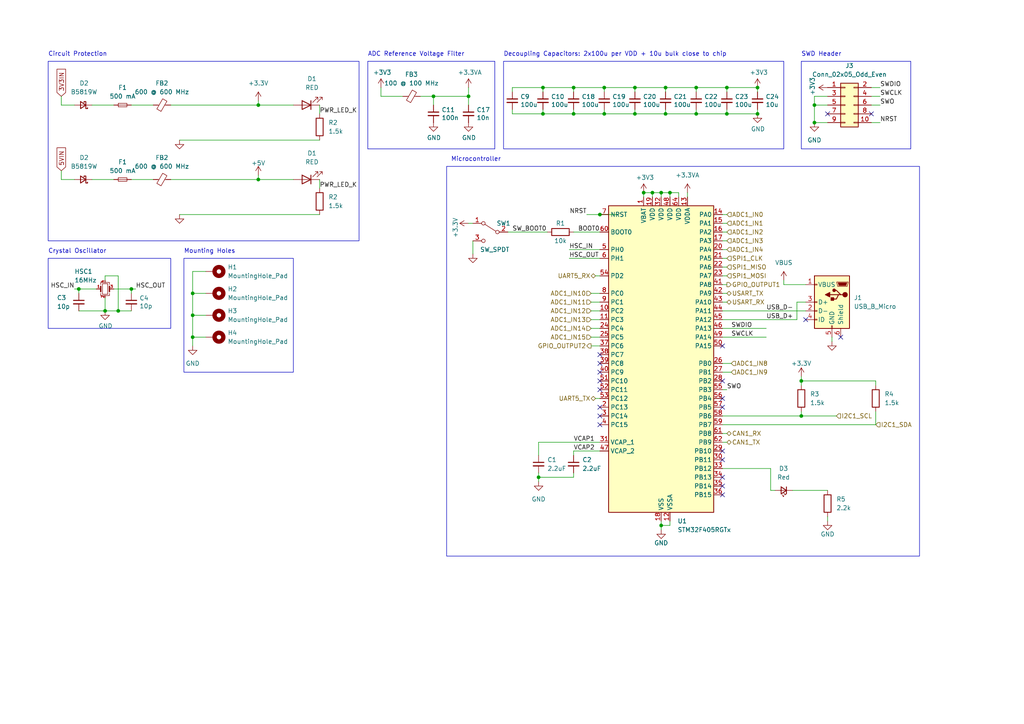
<source format=kicad_sch>
(kicad_sch (version 20230121) (generator eeschema)
  (paper "A4")
  (title_block (title "Avionics Flight Computer") (date "2023-09-04") (rev "1.0") (company "By: Dylan Haussecker"))
  (lib_symbols
    (symbol "Connector:USB_B_Micro" (pin_names (offset 1.016))
      (property "Reference" "J" (at -5.08 11.43 0))
      (property "Value" "USB_B_Micro" (at -5.08 8.89 0))
      (symbol "USB_B_Micro_0_1"
        (rectangle (start -5.08 -7.62) (end 5.08 7.62) (stroke (width 0.254)) (fill (type background)))
        (circle (center -3.81 2.159) (radius 0.635) (stroke (width 0.254)) (fill (type outline)))
        (circle (center -0.635 3.429) (radius 0.381) (stroke (width 0.254)) (fill (type outline)))
        (rectangle (start -0.127 -7.62) (end 0.127 -6.858))
        (polyline (pts (xy -1.905 2.159) (xy 0.635 2.159)) (stroke (width 0.254)))
        (polyline (pts (xy -3.175 2.159) (xy -2.54 2.159) (xy -1.27 3.429) (xy -0.635 3.429)) (stroke (width 0.254)))
        (polyline (pts (xy -2.54 2.159) (xy -1.905 2.159) (xy -1.27 0.889) (xy 0 0.889)) (stroke (width 0.254)))
        (polyline (pts (xy 0.635 2.794) (xy 0.635 1.524) (xy 1.905 2.159) (xy 0.635 2.794)) (stroke (width 0.254)) (fill (type outline)))
        (polyline (pts (xy -4.318 5.588) (xy -1.778 5.588) (xy -2.032 4.826) (xy -4.064 4.826) (xy -4.318 5.588)) (fill (type outline)))
        (polyline (pts (xy -4.699 5.842) (xy -4.699 5.588) (xy -4.445 4.826) (xy -4.445 4.572) (xy -1.651 4.572) (xy -1.651 4.826) (xy -1.397 5.588) (xy -1.397 5.842) (xy -4.699 5.842)))
        (rectangle (start 0.254 1.27) (end -0.508 0.508) (stroke (width 0.254)) (fill (type outline)))
        (rectangle (start 5.08 -5.207) (end 4.318 -4.953))
        (rectangle (start 5.08 -2.667) (end 4.318 -2.413))
        (rectangle (start 5.08 -0.127) (end 4.318 0.127))
        (rectangle (start 5.08 4.953) (end 4.318 5.207))
      )
      (symbol "USB_B_Micro_1_1"
        (pin power_out line (at 7.62 5.08 180) (length 2.54) (name "VBUS") (number "1"))
        (pin bidirectional line (at 7.62 -2.54 180) (length 2.54) (name "D-") (number "2"))
        (pin bidirectional line (at 7.62 0 180) (length 2.54) (name "D+") (number "3"))
        (pin passive line (at 7.62 -5.08 180) (length 2.54) (name "ID") (number "4"))
        (pin power_out line (at 0 -10.16 90) (length 2.54) (name "GND") (number "5"))
        (pin passive line (at -2.54 -10.16 90) (length 2.54) (name "Shield") (number "6"))
      )
    )
    (symbol "Connector_Generic:Conn_02x05_Odd_Even" (pin_names (offset 1.016) hide)
      (property "Reference" "J" (at 1.27 7.62 0))
      (property "Value" "Conn_02x05_Odd_Even" (at 1.27 -7.62 0))
      (symbol "Conn_02x05_Odd_Even_1_1"
        (rectangle (start -1.27 -4.953) (end 0 -5.207) (stroke (width 0.1524)))
        (rectangle (start -1.27 -2.413) (end 0 -2.667) (stroke (width 0.1524)))
        (rectangle (start -1.27 0.127) (end 0 -0.127) (stroke (width 0.1524)))
        (rectangle (start -1.27 2.667) (end 0 2.413) (stroke (width 0.1524)))
        (rectangle (start -1.27 5.207) (end 0 4.953) (stroke (width 0.1524)))
        (rectangle (start -1.27 6.35) (end 3.81 -6.35) (stroke (width 0.254)) (fill (type background)))
        (rectangle (start 3.81 -4.953) (end 2.54 -5.207) (stroke (width 0.1524)))
        (rectangle (start 3.81 -2.413) (end 2.54 -2.667) (stroke (width 0.1524)))
        (rectangle (start 3.81 0.127) (end 2.54 -0.127) (stroke (width 0.1524)))
        (rectangle (start 3.81 2.667) (end 2.54 2.413) (stroke (width 0.1524)))
        (rectangle (start 3.81 5.207) (end 2.54 4.953) (stroke (width 0.1524)))
        (pin passive line (at -5.08 5.08 0) (length 3.81) (name "Pin_1") (number "1"))
        (pin passive line (at 7.62 -5.08 180) (length 3.81) (name "Pin_10") (number "10"))
        (pin passive line (at 7.62 5.08 180) (length 3.81) (name "Pin_2") (number "2"))
        (pin passive line (at -5.08 2.54 0) (length 3.81) (name "Pin_3") (number "3"))
        (pin passive line (at 7.62 2.54 180) (length 3.81) (name "Pin_4") (number "4"))
        (pin passive line (at -5.08 0 0) (length 3.81) (name "Pin_5") (number "5"))
        (pin passive line (at 7.62 0 180) (length 3.81) (name "Pin_6") (number "6"))
        (pin passive line (at -5.08 -2.54 0) (length 3.81) (name "Pin_7") (number "7"))
        (pin passive line (at 7.62 -2.54 180) (length 3.81) (name "Pin_8") (number "8"))
        (pin passive line (at -5.08 -5.08 0) (length 3.81) (name "Pin_9") (number "9"))
      )
    )
    (symbol "Device:C_Small" (pin_numbers hide) (pin_names (offset 0.254) hide)
      (property "Reference" "C" (at 0.254 1.778 0))
      (property "Value" "C_Small" (at 0.254 -2.032 0))
      (symbol "C_Small_0_1"
        (polyline (pts (xy -1.524 -0.508) (xy 1.524 -0.508)) (stroke (width 0.3302)))
        (polyline (pts (xy -1.524 0.508) (xy 1.524 0.508)) (stroke (width 0.3048)))
      )
      (symbol "C_Small_1_1"
        (pin passive line (at 0 2.54 270) (length 2.032) (name "~") (number "1"))
        (pin passive line (at 0 -2.54 90) (length 2.032) (name "~") (number "2"))
      )
    )
    (symbol "Device:Crystal_GND24_Small" (pin_names (offset 1.016) hide)
      (property "Reference" "Y" (at 1.27 4.445 0))
      (property "Value" "Crystal_GND24_Small" (at 1.27 2.54 0))
      (symbol "Crystal_GND24_Small_0_1"
        (rectangle (start -0.762 -1.524) (end 0.762 1.524))
        (polyline (pts (xy -1.27 -0.762) (xy -1.27 0.762)) (stroke (width 0.381)))
        (polyline (pts (xy 1.27 -0.762) (xy 1.27 0.762)) (stroke (width 0.381)))
        (polyline (pts (xy -1.27 -1.27) (xy -1.27 -1.905) (xy 1.27 -1.905) (xy 1.27 -1.27)))
        (polyline (pts (xy -1.27 1.27) (xy -1.27 1.905) (xy 1.27 1.905) (xy 1.27 1.27)))
      )
      (symbol "Crystal_GND24_Small_1_1"
        (pin passive line (at -2.54 0 0) (length 1.27) (name "1") (number "1"))
        (pin passive line (at 0 -2.54 90) (length 0.635) (name "2") (number "2"))
        (pin passive line (at 2.54 0 180) (length 1.27) (name "3") (number "3"))
        (pin passive line (at 0 2.54 270) (length 0.635) (name "4") (number "4"))
      )
    )
    (symbol "Device:D_Schottky_Small" (pin_numbers hide) (pin_names (offset 0.254) hide)
      (property "Reference" "D" (at -1.27 2.032 0))
      (property "Value" "D_Schottky_Small" (at -7.112 -2.032 0))
      (symbol "D_Schottky_Small_0_1"
        (polyline (pts (xy -0.762 0) (xy 0.762 0)))
        (polyline (pts (xy 0.762 -1.016) (xy -0.762 0) (xy 0.762 1.016) (xy 0.762 -1.016)) (stroke (width 0.254)))
        (polyline (pts (xy -1.27 0.762) (xy -1.27 1.016) (xy -0.762 1.016) (xy -0.762 -1.016) (xy -0.254 -1.016) (xy -0.254 -0.762)) (stroke (width 0.254)))
      )
      (symbol "D_Schottky_Small_1_1"
        (pin passive line (at -2.54 0 0) (length 1.778) (name "K") (number "1"))
        (pin passive line (at 2.54 0 180) (length 1.778) (name "A") (number "2"))
      )
    )
    (symbol "Device:FerriteBead_Small" (pin_numbers hide) (pin_names (offset 0))
      (property "Reference" "FB" (at 1.905 1.27 0))
      (property "Value" "FerriteBead_Small" (at 1.905 -1.27 0))
      (symbol "FerriteBead_Small_0_1"
        (polyline (pts (xy 0 -1.27) (xy 0 -0.7874)))
        (polyline (pts (xy 0 0.889) (xy 0 1.2954)))
        (polyline (pts (xy -1.8288 0.2794) (xy -1.1176 1.4986) (xy 1.8288 -0.2032) (xy 1.1176 -1.4224) (xy -1.8288 0.2794)))
      )
      (symbol "FerriteBead_Small_1_1"
        (pin passive line (at 0 2.54 270) (length 1.27) (name "~") (number "1"))
        (pin passive line (at 0 -2.54 90) (length 1.27) (name "~") (number "2"))
      )
    )
    (symbol "Device:Fuse_Small" (pin_numbers hide) (pin_names (offset 0.254) hide)
      (property "Reference" "F" (at 0 -1.524 0))
      (property "Value" "Fuse_Small" (at 0 1.524 0))
      (symbol "Fuse_Small_0_1"
        (rectangle (start -1.27 0.508) (end 1.27 -0.508))
        (polyline (pts (xy -1.27 0) (xy 1.27 0)))
      )
      (symbol "Fuse_Small_1_1"
        (pin passive line (at -2.54 0 0) (length 1.27) (name "~") (number "1"))
        (pin passive line (at 2.54 0 180) (length 1.27) (name "~") (number "2"))
      )
    )
    (symbol "Device:LED" (pin_numbers hide) (pin_names (offset 1.016) hide)
      (property "Reference" "D" (at 0 2.54 0))
      (property "Value" "LED" (at 0 -2.54 0))
      (symbol "LED_0_1"
        (polyline (pts (xy -1.27 -1.27) (xy -1.27 1.27)) (stroke (width 0.254)))
        (polyline (pts (xy -1.27 0) (xy 1.27 0)))
        (polyline (pts (xy 1.27 -1.27) (xy 1.27 1.27) (xy -1.27 0) (xy 1.27 -1.27)) (stroke (width 0.254)))
        (polyline (pts (xy -3.048 -0.762) (xy -4.572 -2.286) (xy -3.81 -2.286) (xy -4.572 -2.286) (xy -4.572 -1.524)))
        (polyline (pts (xy -1.778 -0.762) (xy -3.302 -2.286) (xy -2.54 -2.286) (xy -3.302 -2.286) (xy -3.302 -1.524)))
      )
      (symbol "LED_1_1"
        (pin passive line (at -3.81 0 0) (length 2.54) (name "K") (number "1"))
        (pin passive line (at 3.81 0 180) (length 2.54) (name "A") (number "2"))
      )
    )
    (symbol "Device:LED_Small" (pin_numbers hide) (pin_names (offset 0.254) hide)
      (property "Reference" "D" (at -1.27 3.175 0))
      (property "Value" "LED_Small" (at -4.445 -2.54 0))
      (symbol "LED_Small_0_1"
        (polyline (pts (xy -0.762 -1.016) (xy -0.762 1.016)) (stroke (width 0.254)))
        (polyline (pts (xy 1.016 0) (xy -0.762 0)))
        (polyline (pts (xy 0.762 -1.016) (xy -0.762 0) (xy 0.762 1.016) (xy 0.762 -1.016)) (stroke (width 0.254)))
        (polyline (pts (xy 0 0.762) (xy -0.508 1.27) (xy -0.254 1.27) (xy -0.508 1.27) (xy -0.508 1.016)))
        (polyline (pts (xy 0.508 1.27) (xy 0 1.778) (xy 0.254 1.778) (xy 0 1.778) (xy 0 1.524)))
      )
      (symbol "LED_Small_1_1"
        (pin passive line (at -2.54 0 0) (length 1.778) (name "K") (number "1"))
        (pin passive line (at 2.54 0 180) (length 1.778) (name "A") (number "2"))
      )
    )
    (symbol "Device:R" (pin_numbers hide) (pin_names (offset 0))
      (property "Reference" "R" (at 2.032 0 90))
      (property "Value" "R" (at 0 0 90))
      (symbol "R_0_1"
        (rectangle (start -1.016 -2.54) (end 1.016 2.54) (stroke (width 0.254)))
      )
      (symbol "R_1_1"
        (pin passive line (at 0 3.81 270) (length 1.27) (name "~") (number "1"))
        (pin passive line (at 0 -3.81 90) (length 1.27) (name "~") (number "2"))
      )
    )
    (symbol "MCU_ST_STM32F4:STM32F405RGTx"
      (property "Reference" "U" (at -15.24 46.99 0))
      (property "Value" "STM32F405RGTx" (at 10.16 46.99 0))
      (symbol "STM32F405RGTx_0_1"
        (rectangle (start -15.24 -43.18) (end 15.24 45.72) (stroke (width 0.254)) (fill (type background)))
      )
      (symbol "STM32F405RGTx_1_1"
        (pin power_in line (at -5.08 48.26 270) (length 2.54) (name "VBAT") (number "1"))
        (pin bidirectional line (at -17.78 15.24 0) (length 2.54) (name "PC2") (number "10"))
        (pin bidirectional line (at -17.78 12.7 0) (length 2.54) (name "PC3") (number "11"))
        (pin power_in line (at 2.54 -45.72 90) (length 2.54) (name "VSSA") (number "12"))
        (pin power_in line (at 7.62 48.26 270) (length 2.54) (name "VDDA") (number "13"))
        (pin bidirectional line (at 17.78 43.18 180) (length 2.54) (name "PA0") (number "14"))
        (pin bidirectional line (at 17.78 40.64 180) (length 2.54) (name "PA1") (number "15"))
        (pin bidirectional line (at 17.78 38.1 180) (length 2.54) (name "PA2") (number "16"))
        (pin bidirectional line (at 17.78 35.56 180) (length 2.54) (name "PA3") (number "17"))
        (pin power_in line (at 0 -45.72 90) (length 2.54) (name "VSS") (number "18"))
        (pin power_in line (at -2.54 48.26 270) (length 2.54) (name "VDD") (number "19"))
        (pin bidirectional line (at -17.78 -12.7 0) (length 2.54) (name "PC13") (number "2"))
        (pin bidirectional line (at 17.78 33.02 180) (length 2.54) (name "PA4") (number "20"))
        (pin bidirectional line (at 17.78 30.48 180) (length 2.54) (name "PA5") (number "21"))
        (pin bidirectional line (at 17.78 27.94 180) (length 2.54) (name "PA6") (number "22"))
        (pin bidirectional line (at 17.78 25.4 180) (length 2.54) (name "PA7") (number "23"))
        (pin bidirectional line (at -17.78 10.16 0) (length 2.54) (name "PC4") (number "24"))
        (pin bidirectional line (at -17.78 7.62 0) (length 2.54) (name "PC5") (number "25"))
        (pin bidirectional line (at 17.78 0 180) (length 2.54) (name "PB0") (number "26"))
        (pin bidirectional line (at 17.78 -2.54 180) (length 2.54) (name "PB1") (number "27"))
        (pin bidirectional line (at 17.78 -5.08 180) (length 2.54) (name "PB2") (number "28"))
        (pin bidirectional line (at 17.78 -25.4 180) (length 2.54) (name "PB10") (number "29"))
        (pin bidirectional line (at -17.78 -15.24 0) (length 2.54) (name "PC14") (number "3"))
        (pin bidirectional line (at 17.78 -27.94 180) (length 2.54) (name "PB11") (number "30"))
        (pin power_out line (at -17.78 -22.86 0) (length 2.54) (name "VCAP_1") (number "31"))
        (pin power_in line (at 0 48.26 270) (length 2.54) (name "VDD") (number "32"))
        (pin bidirectional line (at 17.78 -30.48 180) (length 2.54) (name "PB12") (number "33"))
        (pin bidirectional line (at 17.78 -33.02 180) (length 2.54) (name "PB13") (number "34"))
        (pin bidirectional line (at 17.78 -35.56 180) (length 2.54) (name "PB14") (number "35"))
        (pin bidirectional line (at 17.78 -38.1 180) (length 2.54) (name "PB15") (number "36"))
        (pin bidirectional line (at -17.78 5.08 0) (length 2.54) (name "PC6") (number "37"))
        (pin bidirectional line (at -17.78 2.54 0) (length 2.54) (name "PC7") (number "38"))
        (pin bidirectional line (at -17.78 0 0) (length 2.54) (name "PC8") (number "39"))
        (pin bidirectional line (at -17.78 -17.78 0) (length 2.54) (name "PC15") (number "4"))
        (pin bidirectional line (at -17.78 -2.54 0) (length 2.54) (name "PC9") (number "40"))
        (pin bidirectional line (at 17.78 22.86 180) (length 2.54) (name "PA8") (number "41"))
        (pin bidirectional line (at 17.78 20.32 180) (length 2.54) (name "PA9") (number "42"))
        (pin bidirectional line (at 17.78 17.78 180) (length 2.54) (name "PA10") (number "43"))
        (pin bidirectional line (at 17.78 15.24 180) (length 2.54) (name "PA11") (number "44"))
        (pin bidirectional line (at 17.78 12.7 180) (length 2.54) (name "PA12") (number "45"))
        (pin bidirectional line (at 17.78 10.16 180) (length 2.54) (name "PA13") (number "46"))
        (pin power_out line (at -17.78 -25.4 0) (length 2.54) (name "VCAP_2") (number "47"))
        (pin power_in line (at 2.54 48.26 270) (length 2.54) (name "VDD") (number "48"))
        (pin bidirectional line (at 17.78 7.62 180) (length 2.54) (name "PA14") (number "49"))
        (pin bidirectional line (at -17.78 33.02 0) (length 2.54) (name "PH0") (number "5"))
        (pin bidirectional line (at 17.78 5.08 180) (length 2.54) (name "PA15") (number "50"))
        (pin bidirectional line (at -17.78 -5.08 0) (length 2.54) (name "PC10") (number "51"))
        (pin bidirectional line (at -17.78 -7.62 0) (length 2.54) (name "PC11") (number "52"))
        (pin bidirectional line (at -17.78 -10.16 0) (length 2.54) (name "PC12") (number "53"))
        (pin bidirectional line (at -17.78 25.4 0) (length 2.54) (name "PD2") (number "54"))
        (pin bidirectional line (at 17.78 -7.62 180) (length 2.54) (name "PB3") (number "55"))
        (pin bidirectional line (at 17.78 -10.16 180) (length 2.54) (name "PB4") (number "56"))
        (pin bidirectional line (at 17.78 -12.7 180) (length 2.54) (name "PB5") (number "57"))
        (pin bidirectional line (at 17.78 -15.24 180) (length 2.54) (name "PB6") (number "58"))
        (pin bidirectional line (at 17.78 -17.78 180) (length 2.54) (name "PB7") (number "59"))
        (pin bidirectional line (at -17.78 30.48 0) (length 2.54) (name "PH1") (number "6"))
        (pin input line (at -17.78 38.1 0) (length 2.54) (name "BOOT0") (number "60"))
        (pin bidirectional line (at 17.78 -20.32 180) (length 2.54) (name "PB8") (number "61"))
        (pin bidirectional line (at 17.78 -22.86 180) (length 2.54) (name "PB9") (number "62"))
        (pin passive line (at 0 -45.72 90) (length 2.54) hide (name "VSS") (number "63"))
        (pin power_in line (at 5.08 48.26 270) (length 2.54) (name "VDD") (number "64"))
        (pin input line (at -17.78 43.18 0) (length 2.54) (name "NRST") (number "7"))
        (pin bidirectional line (at -17.78 20.32 0) (length 2.54) (name "PC0") (number "8"))
        (pin bidirectional line (at -17.78 17.78 0) (length 2.54) (name "PC1") (number "9"))
      )
    )
    (symbol "Mechanical:MountingHole_Pad" (pin_numbers hide) (pin_names (offset 1.016) hide)
      (property "Reference" "H" (at 0 6.35 0))
      (property "Value" "MountingHole_Pad" (at 0 4.445 0))
      (symbol "MountingHole_Pad_0_1"
        (circle (center 0 1.27) (radius 1.27) (stroke (width 1.27)))
      )
      (symbol "MountingHole_Pad_1_1"
        (pin input line (at 0 -2.54 90) (length 2.54) (name "1") (number "1"))
      )
    )
    (symbol "Switch:SW_SPDT" (pin_names (offset 0) hide)
      (property "Reference" "SW" (at 0 4.318 0))
      (property "Value" "SW_SPDT" (at 0 -5.08 0))
      (symbol "SW_SPDT_0_0"
        (circle (center -2.032 0) (radius 0.508))
        (circle (center 2.032 -2.54) (radius 0.508))
      )
      (symbol "SW_SPDT_0_1"
        (polyline (pts (xy -1.524 0.254) (xy 1.651 2.286)))
        (circle (center 2.032 2.54) (radius 0.508))
      )
      (symbol "SW_SPDT_1_1"
        (pin passive line (at 5.08 2.54 180) (length 2.54) (name "A") (number "1"))
        (pin passive line (at -5.08 0 0) (length 2.54) (name "B") (number "2"))
        (pin passive line (at 5.08 -2.54 180) (length 2.54) (name "C") (number "3"))
      )
    )
    (symbol "power:+3.3V" (power) (pin_names (offset 0))
      (property "Value" "+3.3V" (at 0 3.556 0))
      (symbol "+3.3V_0_1"
        (polyline (pts (xy -0.762 1.27) (xy 0 2.54)))
        (polyline (pts (xy 0 0) (xy 0 2.54)))
        (polyline (pts (xy 0 2.54) (xy 0.762 1.27)))
      )
      (symbol "+3.3V_1_1"
        (pin power_in line (at 0 0 90) (length 0) hide (name "+3.3V") (number "1"))
      )
    )
    (symbol "power:+3.3VA" (power) (pin_names (offset 0))
      (property "Value" "+3.3VA" (at 0 3.556 0))
      (symbol "+3.3VA_0_1"
        (polyline (pts (xy -0.762 1.27) (xy 0 2.54)))
        (polyline (pts (xy 0 0) (xy 0 2.54)))
        (polyline (pts (xy 0 2.54) (xy 0.762 1.27)))
      )
      (symbol "+3.3VA_1_1"
        (pin power_in line (at 0 0 90) (length 0) hide (name "+3.3VA") (number "1"))
      )
    )
    (symbol "power:+3V3" (power) (pin_names (offset 0))
      (property "Value" "+3V3" (at 0 3.556 0))
      (symbol "+3V3_0_1"
        (polyline (pts (xy -0.762 1.27) (xy 0 2.54)))
        (polyline (pts (xy 0 0) (xy 0 2.54)))
        (polyline (pts (xy 0 2.54) (xy 0.762 1.27)))
      )
      (symbol "+3V3_1_1"
        (pin power_in line (at 0 0 90) (length 0) hide (name "+3V3") (number "1"))
      )
    )
    (symbol "power:+5V" (power) (pin_names (offset 0))
      (property "Value" "+5V" (at 0 3.556 0))
      (symbol "+5V_0_1"
        (polyline (pts (xy -0.762 1.27) (xy 0 2.54)))
        (polyline (pts (xy 0 0) (xy 0 2.54)))
        (polyline (pts (xy 0 2.54) (xy 0.762 1.27)))
      )
      (symbol "+5V_1_1"
        (pin power_in line (at 0 0 90) (length 0) hide (name "+5V") (number "1"))
      )
    )
    (symbol "power:GND" (power) (pin_names (offset 0))
      (property "Value" "GND" (at 0 -3.81 0))
      (symbol "GND_0_1"
        (polyline (pts (xy 0 0) (xy 0 -1.27) (xy 1.27 -1.27) (xy 0 -2.54) (xy -1.27 -1.27) (xy 0 -1.27)))
      )
      (symbol "GND_1_1"
        (pin power_in line (at 0 0 270) (length 0) hide (name "GND") (number "1"))
      )
    )
    (symbol "power:VBUS" (power) (pin_names (offset 0))
      (property "Value" "VBUS" (at 0 3.81 0))
      (symbol "VBUS_0_1"
        (polyline (pts (xy -0.762 1.27) (xy 0 2.54)))
        (polyline (pts (xy 0 0) (xy 0 2.54)))
        (polyline (pts (xy 0 2.54) (xy 0.762 1.27)))
      )
      (symbol "VBUS_1_1"
        (pin power_in line (at 0 0 90) (length 0) hide (name "VBUS") (number "1"))
      )
    )
  )
  (junction (at 191.77 152.4))
  (junction (at 193.04 33.02))
  (junction (at 194.31 55.88))
  (junction (at 201.93 33.02))
  (junction (at 219.71 33.02))
  (junction (at 166.37 25.4))
  (junction (at 186.69 55.88))
  (junction (at 157.48 33.02))
  (junction (at 55.88 97.79))
  (junction (at 30.48 90.17))
  (junction (at 232.41 120.65))
  (junction (at 236.22 30.48))
  (junction (at 184.15 33.02))
  (junction (at 74.93 52.07))
  (junction (at 173.99 62.23))
  (junction (at 22.86 83.82))
  (junction (at 166.37 33.02))
  (junction (at 34.29 90.17))
  (junction (at 55.88 91.44))
  (junction (at 232.41 110.49))
  (junction (at 55.88 85.09))
  (junction (at 210.82 25.4))
  (junction (at 38.1 83.82))
  (junction (at 125.73 27.94))
  (junction (at 175.26 25.4))
  (junction (at 135.89 27.94))
  (junction (at 201.93 25.4))
  (junction (at 156.21 138.43))
  (junction (at 184.15 25.4))
  (junction (at 219.71 25.4))
  (junction (at 210.82 33.02))
  (junction (at 74.93 30.48))
  (junction (at 191.77 55.88))
  (junction (at 189.23 55.88))
  (junction (at 236.22 35.56))
  (junction (at 193.04 25.4))
  (junction (at 175.26 33.02))
  (junction (at 157.48 25.4))
  (no_connect (at 233.68 92.71))
  (no_connect (at 209.55 115.57))
  (no_connect (at 173.99 123.19))
  (no_connect (at 240.03 33.02))
  (no_connect (at 243.84 97.79))
  (no_connect (at 209.55 100.33))
  (no_connect (at 209.55 110.49))
  (no_connect (at 173.99 102.87))
  (no_connect (at 209.55 130.81))
  (no_connect (at 173.99 120.65))
  (no_connect (at 173.99 113.03))
  (no_connect (at 209.55 143.51))
  (no_connect (at 252.73 33.02))
  (no_connect (at 173.99 110.49))
  (no_connect (at 173.99 107.95))
  (no_connect (at 209.55 140.97))
  (no_connect (at 173.99 105.41))
  (no_connect (at 173.99 118.11))
  (no_connect (at 209.55 118.11))
  (no_connect (at 209.55 138.43))
  (no_connect (at 209.55 133.35))
  (wire (pts (xy 172.72 80.01) (xy 173.99 80.01)))
  (wire (pts (xy 252.73 30.48) (xy 255.27 30.48)))
  (wire (pts (xy 55.88 85.09) (xy 59.69 85.09)))
  (wire (pts (xy 199.39 55.88) (xy 199.39 57.15)))
  (wire (pts (xy 34.29 80.01) (xy 34.29 90.17)))
  (wire (pts (xy 59.69 78.74) (xy 55.88 78.74)))
  (wire (pts (xy 209.55 69.85) (xy 210.82 69.85)))
  (wire (pts (xy 209.55 62.23) (xy 210.82 62.23)))
  (wire (pts (xy 22.86 90.17) (xy 30.48 90.17)))
  (wire (pts (xy 240.03 30.48) (xy 236.22 30.48)))
  (wire (pts (xy 219.71 33.02) (xy 219.71 31.75)))
  (wire (pts (xy 172.72 115.57) (xy 173.99 115.57)))
  (wire (pts (xy 17.78 27.94) (xy 17.78 30.48)))
  (wire (pts (xy 201.93 31.75) (xy 201.93 33.02)))
  (wire (pts (xy 171.45 92.71) (xy 173.99 92.71)))
  (wire (pts (xy 166.37 33.02) (xy 175.26 33.02)))
  (wire (pts (xy 49.53 52.07) (xy 74.93 52.07)))
  (wire (pts (xy 171.45 85.09) (xy 173.99 85.09)))
  (wire (pts (xy 30.48 86.36) (xy 30.48 90.17)))
  (wire (pts (xy 233.68 87.63) (xy 231.14 87.63)))
  (wire (pts (xy 166.37 31.75) (xy 166.37 33.02)))
  (wire (pts (xy 232.41 109.22) (xy 232.41 110.49)))
  (polyline (pts (xy 106.68 43.18) (xy 143.51 43.18)))
  (wire (pts (xy 74.93 52.07) (xy 85.09 52.07)))
  (wire (pts (xy 38.1 30.48) (xy 44.45 30.48)))
  (wire (pts (xy 55.88 78.74) (xy 55.88 85.09)))
  (wire (pts (xy 233.68 82.55) (xy 227.33 82.55)))
  (wire (pts (xy 212.09 105.41) (xy 209.55 105.41)))
  (wire (pts (xy 110.49 27.94) (xy 116.84 27.94)))
  (wire (pts (xy 209.55 107.95) (xy 212.09 107.95)))
  (wire (pts (xy 196.85 55.88) (xy 194.31 55.88)))
  (wire (pts (xy 240.03 27.94) (xy 236.22 27.94)))
  (wire (pts (xy 30.48 80.01) (xy 34.29 80.01)))
  (wire (pts (xy 232.41 110.49) (xy 254 110.49)))
  (wire (pts (xy 17.78 49.53) (xy 17.78 52.07)))
  (wire (pts (xy 171.45 87.63) (xy 173.99 87.63)))
  (wire (pts (xy 171.45 100.33) (xy 173.99 100.33)))
  (wire (pts (xy 209.55 72.39) (xy 210.82 72.39)))
  (wire (pts (xy 223.52 135.89) (xy 209.55 135.89)))
  (wire (pts (xy 92.71 30.48) (xy 92.71 33.02)))
  (wire (pts (xy 210.82 26.67) (xy 210.82 25.4)))
  (wire (pts (xy 34.29 90.17) (xy 38.1 90.17)))
  (wire (pts (xy 171.45 90.17) (xy 173.99 90.17)))
  (wire (pts (xy 184.15 33.02) (xy 193.04 33.02)))
  (wire (pts (xy 210.82 25.4) (xy 201.93 25.4)))
  (wire (pts (xy 184.15 26.67) (xy 184.15 25.4)))
  (wire (pts (xy 26.67 52.07) (xy 33.02 52.07)))
  (wire (pts (xy 156.21 137.16) (xy 156.21 138.43)))
  (wire (pts (xy 166.37 26.67) (xy 166.37 25.4)))
  (wire (pts (xy 179.07 62.23) (xy 173.99 62.23)))
  (wire (pts (xy 193.04 33.02) (xy 201.93 33.02)))
  (wire (pts (xy 201.93 26.67) (xy 201.93 25.4)))
  (wire (pts (xy 201.93 25.4) (xy 193.04 25.4)))
  (wire (pts (xy 110.49 25.4) (xy 110.49 27.94)))
  (wire (pts (xy 137.16 69.85) (xy 137.16 73.66)))
  (wire (pts (xy 33.02 83.82) (xy 38.1 83.82)))
  (wire (pts (xy 193.04 31.75) (xy 193.04 33.02)))
  (wire (pts (xy 252.73 27.94) (xy 255.27 27.94)))
  (wire (pts (xy 252.73 25.4) (xy 255.27 25.4)))
  (wire (pts (xy 55.88 97.79) (xy 59.69 97.79)))
  (wire (pts (xy 209.55 128.27) (xy 210.82 128.27)))
  (wire (pts (xy 252.73 35.56) (xy 255.27 35.56)))
  (wire (pts (xy 166.37 130.81) (xy 166.37 132.08)))
  (wire (pts (xy 229.87 142.24) (xy 240.03 142.24)))
  (wire (pts (xy 55.88 91.44) (xy 59.69 91.44)))
  (wire (pts (xy 17.78 30.48) (xy 21.59 30.48)))
  (wire (pts (xy 171.45 95.25) (xy 173.99 95.25)))
  (wire (pts (xy 55.88 85.09) (xy 55.88 91.44)))
  (wire (pts (xy 209.55 74.93) (xy 210.82 74.93)))
  (wire (pts (xy 74.93 50.8) (xy 74.93 52.07)))
  (wire (pts (xy 156.21 138.43) (xy 156.21 139.7)))
  (wire (pts (xy 223.52 142.24) (xy 224.79 142.24)))
  (wire (pts (xy 175.26 31.75) (xy 175.26 33.02)))
  (wire (pts (xy 171.45 97.79) (xy 173.99 97.79)))
  (wire (pts (xy 175.26 25.4) (xy 166.37 25.4)))
  (wire (pts (xy 210.82 33.02) (xy 219.71 33.02)))
  (wire (pts (xy 34.29 90.17) (xy 30.48 90.17)))
  (wire (pts (xy 38.1 52.07) (xy 44.45 52.07)))
  (wire (pts (xy 232.41 120.65) (xy 242.57 120.65)))
  (wire (pts (xy 125.73 30.48) (xy 125.73 27.94)))
  (wire (pts (xy 209.55 95.25) (xy 222.25 95.25)))
  (wire (pts (xy 191.77 55.88) (xy 191.77 57.15)))
  (wire (pts (xy 210.82 31.75) (xy 210.82 33.02)))
  (wire (pts (xy 223.52 142.24) (xy 223.52 135.89)))
  (wire (pts (xy 157.48 31.75) (xy 157.48 33.02)))
  (wire (pts (xy 148.59 33.02) (xy 157.48 33.02)))
  (wire (pts (xy 191.77 55.88) (xy 189.23 55.88)))
  (wire (pts (xy 236.22 30.48) (xy 236.22 35.56)))
  (wire (pts (xy 232.41 119.38) (xy 232.41 120.65)))
  (wire (pts (xy 194.31 55.88) (xy 194.31 57.15)))
  (wire (pts (xy 209.55 120.65) (xy 232.41 120.65)))
  (wire (pts (xy 196.85 57.15) (xy 196.85 55.88)))
  (wire (pts (xy 209.55 92.71) (xy 231.14 92.71)))
  (wire (pts (xy 191.77 152.4) (xy 191.77 153.67)))
  (wire (pts (xy 209.55 113.03) (xy 210.82 113.03)))
  (wire (pts (xy 165.1 72.39) (xy 173.99 72.39)))
  (wire (pts (xy 209.55 125.73) (xy 210.82 125.73)))
  (wire (pts (xy 74.93 30.48) (xy 85.09 30.48)))
  (wire (pts (xy 17.78 52.07) (xy 21.59 52.07)))
  (wire (pts (xy 165.1 74.93) (xy 173.99 74.93)))
  (wire (pts (xy 52.07 62.23) (xy 92.71 62.23)))
  (wire (pts (xy 157.48 33.02) (xy 166.37 33.02)))
  (wire (pts (xy 147.32 67.31) (xy 158.75 67.31)))
  (wire (pts (xy 135.89 64.77) (xy 137.16 64.77)))
  (wire (pts (xy 227.33 81.28) (xy 227.33 82.55)))
  (polyline (pts (xy 106.68 17.78) (xy 143.51 17.78)))
  (wire (pts (xy 209.55 90.17) (xy 233.68 90.17)))
  (wire (pts (xy 241.3 97.79) (xy 241.3 99.06)))
  (wire (pts (xy 201.93 33.02) (xy 210.82 33.02)))
  (wire (pts (xy 209.55 82.55) (xy 210.82 82.55)))
  (wire (pts (xy 22.86 85.09) (xy 22.86 83.82)))
  (wire (pts (xy 209.55 80.01) (xy 210.82 80.01)))
  (wire (pts (xy 209.55 97.79) (xy 222.25 97.79)))
  (wire (pts (xy 194.31 151.13) (xy 194.31 152.4)))
  (wire (pts (xy 193.04 26.67) (xy 193.04 25.4)))
  (polyline (pts (xy 143.51 43.18) (xy 143.51 17.78)))
  (wire (pts (xy 209.55 77.47) (xy 210.82 77.47)))
  (wire (pts (xy 26.67 30.48) (xy 33.02 30.48)))
  (wire (pts (xy 156.21 128.27) (xy 173.99 128.27)))
  (wire (pts (xy 186.69 57.15) (xy 186.69 55.88)))
  (wire (pts (xy 254 111.76) (xy 254 110.49)))
  (wire (pts (xy 184.15 25.4) (xy 175.26 25.4)))
  (wire (pts (xy 254 119.38) (xy 254 123.19)))
  (wire (pts (xy 189.23 55.88) (xy 189.23 57.15)))
  (wire (pts (xy 219.71 26.67) (xy 219.71 25.4)))
  (wire (pts (xy 194.31 55.88) (xy 191.77 55.88)))
  (wire (pts (xy 157.48 26.67) (xy 157.48 25.4)))
  (wire (pts (xy 240.03 149.86) (xy 240.03 151.13)))
  (wire (pts (xy 135.89 27.94) (xy 125.73 27.94)))
  (wire (pts (xy 166.37 138.43) (xy 156.21 138.43)))
  (wire (pts (xy 209.55 64.77) (xy 210.82 64.77)))
  (wire (pts (xy 193.04 25.4) (xy 184.15 25.4)))
  (wire (pts (xy 231.14 87.63) (xy 231.14 92.71)))
  (wire (pts (xy 125.73 27.94) (xy 121.92 27.94)))
  (wire (pts (xy 186.69 55.88) (xy 189.23 55.88)))
  (wire (pts (xy 236.22 35.56) (xy 240.03 35.56)))
  (wire (pts (xy 175.26 26.67) (xy 175.26 25.4)))
  (wire (pts (xy 49.53 30.48) (xy 74.93 30.48)))
  (polyline (pts (xy 106.68 43.18) (xy 106.68 17.78)))
  (wire (pts (xy 55.88 91.44) (xy 55.88 97.79)))
  (wire (pts (xy 209.55 85.09) (xy 210.82 85.09)))
  (wire (pts (xy 148.59 31.75) (xy 148.59 33.02)))
  (wire (pts (xy 232.41 111.76) (xy 232.41 110.49)))
  (wire (pts (xy 209.55 67.31) (xy 210.82 67.31)))
  (wire (pts (xy 21.59 83.82) (xy 22.86 83.82)))
  (wire (pts (xy 194.31 152.4) (xy 191.77 152.4)))
  (wire (pts (xy 191.77 151.13) (xy 191.77 152.4)))
  (wire (pts (xy 175.26 33.02) (xy 184.15 33.02)))
  (wire (pts (xy 209.55 87.63) (xy 210.82 87.63)))
  (wire (pts (xy 55.88 100.33) (xy 55.88 97.79)))
  (wire (pts (xy 52.07 40.64) (xy 92.71 40.64)))
  (wire (pts (xy 148.59 25.4) (xy 148.59 26.67)))
  (wire (pts (xy 166.37 67.31) (xy 173.99 67.31)))
  (wire (pts (xy 236.22 27.94) (xy 236.22 30.48)))
  (wire (pts (xy 135.89 30.48) (xy 135.89 27.94)))
  (wire (pts (xy 135.89 25.4) (xy 135.89 27.94)))
  (wire (pts (xy 157.48 25.4) (xy 148.59 25.4)))
  (wire (pts (xy 39.37 83.82) (xy 38.1 83.82)))
  (wire (pts (xy 209.55 123.19) (xy 254 123.19)))
  (wire (pts (xy 38.1 85.09) (xy 38.1 83.82)))
  (wire (pts (xy 92.71 52.07) (xy 92.71 54.61)))
  (wire (pts (xy 166.37 25.4) (xy 157.48 25.4)))
  (wire (pts (xy 30.48 81.28) (xy 30.48 80.01)))
  (wire (pts (xy 170.18 62.23) (xy 173.99 62.23)))
  (wire (pts (xy 74.93 29.21) (xy 74.93 30.48)))
  (wire (pts (xy 166.37 137.16) (xy 166.37 138.43)))
  (wire (pts (xy 184.15 31.75) (xy 184.15 33.02)))
  (wire (pts (xy 166.37 130.81) (xy 173.99 130.81)))
  (wire (pts (xy 219.71 25.4) (xy 210.82 25.4)))
  (wire (pts (xy 156.21 128.27) (xy 156.21 132.08)))
  (wire (pts (xy 22.86 83.82) (xy 27.94 83.82)))
  (rectangle (start 13.97 74.93) (end 49.53 95.25))
  (rectangle (start 13.97 17.78) (end 104.14 69.85))
  (rectangle (start 232.41 17.78) (end 264.16 43.18))
  (rectangle (start 129.54 48.26) (end 266.7 161.29))
  (rectangle (start 146.05 17.78) (end 227.33 43.18))
  (rectangle (start 53.34 74.93) (end 85.09 107.95))
  (text "SWD Header" (at 232.41 16.51 0) (effects (font (size 1.27 1.27)) (justify left bottom)))
  (text "Mounting Holes\n" (at 53.34 73.66 0) (effects (font (size 1.27 1.27)) (justify left bottom)))
  (text "Decoupling Capacitors: 2x100u per VDD + 10u bulk close to chip" (at 146.05 16.51 0) (effects (font (size 1.27 1.27)) (justify left bottom)))
  (text "Microcontroller\n" (at 130.81 46.99 0) (effects (font (size 1.27 1.27)) (justify left bottom)))
  (text "Crystal Oscillator" (at 13.97 73.66 0) (effects (font (size 1.27 1.27)) (justify left bottom)))
  (text "Circuit Protection" (at 13.97 16.51 0) (effects (font (size 1.27 1.27)) (justify left bottom)))
  (text "ADC Reference Voltage Filter\n" (at 106.68 16.51 0) (effects (font (size 1.27 1.27)) (justify left bottom)))
  (label "NRST" (at 255.27 35.56 0))
  (label "SWDIO" (at 212.09 95.25 0))
  (label "SWCLK" (at 212.09 97.79 0))
  (label "HSC_IN" (at 21.59 83.82 180))
  (label "HSC_OUT" (at 165.1 74.93 0))
  (label "PWR_LED_K" (at 92.71 33.02 0))
  (label "HSC_IN" (at 165.1 72.39 0))
  (label "HSC_OUT" (at 39.37 83.82 0))
  (label "SWDIO" (at 255.27 25.4 0))
  (label "SWCLK" (at 255.27 27.94 0))
  (label "NRST" (at 170.18 62.23 180))
  (label "VCAP2" (at 166.37 130.81 0))
  (label "VCAP1" (at 166.37 128.27 0))
  (label "SW_BOOT0" (at 148.59 67.31 0))
  (label "SWO" (at 255.27 30.48 0))
  (label "PWR_LED_K" (at 92.71 54.61 0))
  (label "SWO" (at 210.82 113.03 0))
  (label "USB_D-" (at 222.25 90.17 0))
  (label "USB_D+" (at 222.25 92.71 0))
  (label "BOOT0" (at 167.64 67.31 0))
  (global_label "5VIN" (shape input) (at 17.78 49.53 90) (property "Intersheetrefs" "${INTERSHEET_REFS}" (effects hide)))
  (global_label "3V3IN" (shape input) (at 17.78 27.94 90) (property "Intersheetrefs" "${INTERSHEET_REFS}" (effects hide)))
  (hierarchical_label "ADC1_IN11" (shape input) (at 171.45 87.63 180))
  (hierarchical_label "SPI1_CLK" (shape input) (at 210.82 74.93 0))
  (hierarchical_label "USART_RX" (shape bidirectional) (at 210.82 87.63 0))
  (hierarchical_label "ADC1_IN15" (shape input) (at 171.45 97.79 180))
  (hierarchical_label "SPI1_MISO" (shape input) (at 210.82 77.47 0))
  (hierarchical_label "ADC1_IN0" (shape input) (at 210.82 62.23 0))
  (hierarchical_label "GPIO_OUTPUT1" (shape output) (at 210.82 82.55 0))
  (hierarchical_label "ADC1_IN8" (shape input) (at 212.09 105.41 0))
  (hierarchical_label "UART5_TX" (shape bidirectional) (at 172.72 115.57 180))
  (hierarchical_label "ADC1_IN1" (shape input) (at 210.82 64.77 0))
  (hierarchical_label "I2C1_SDA" (shape input) (at 254 123.19 0))
  (hierarchical_label "ADC1_IN12" (shape input) (at 171.45 90.17 180))
  (hierarchical_label "ADC1_IN13" (shape input) (at 171.45 92.71 180))
  (hierarchical_label "GPIO_OUTPUT2" (shape output) (at 171.45 100.33 180))
  (hierarchical_label "CAN1_TX" (shape bidirectional) (at 210.82 128.27 0))
  (hierarchical_label "USART_TX" (shape bidirectional) (at 210.82 85.09 0))
  (hierarchical_label "ADC1_IN9" (shape input) (at 212.09 107.95 0))
  (hierarchical_label "CAN1_RX" (shape bidirectional) (at 210.82 125.73 0))
  (hierarchical_label "ADC1_IN10" (shape input) (at 171.45 85.09 180))
  (hierarchical_label "ADC1_IN4" (shape input) (at 210.82 72.39 0))
  (hierarchical_label "I2C1_SCL" (shape input) (at 242.57 120.65 0))
  (hierarchical_label "UART5_RX" (shape bidirectional) (at 172.72 80.01 180))
  (hierarchical_label "ADC1_IN2" (shape input) (at 210.82 67.31 0))
  (hierarchical_label "ADC1_IN14" (shape input) (at 171.45 95.25 180))
  (hierarchical_label "SPI1_MOSI" (shape input) (at 210.82 80.01 0))
  (hierarchical_label "ADC1_IN3" (shape input) (at 210.82 69.85 0))
  (symbol (lib_id "Device:C_Small") (at 175.26 29.21 0) (unit 1)
    (property "Reference" "C19" (at 177.5968 28.0416 0) (effects (justify left)))
    (property "Value" "100u" (at 177.5968 30.353 0) (effects (justify left)))
    (property "Footprint" "Capacitor_SMD:C_1206_3216Metric" (effects hide))
  )
  (symbol (lib_id "Device:C_Small") (at 38.1 87.63 0) (unit 1)
    (property "Reference" "C4" (at 40.4368 86.4616 0) (effects (justify left)))
    (property "Value" "10p" (at 40.4368 88.773 0) (effects (justify left)))
    (property "Footprint" "Capacitor_SMD:C_0402_1005Metric" (effects hide))
  )
  (symbol (lib_id "power:GND") (at 219.71 33.02 0) (unit 1)
    (property "Reference" "#PWR07" (effects hide))
    (property "Value" "GND" (at 219.837 37.4142 0))
  )
  (symbol (lib_id "Device:LED") (at 88.9 30.48 180) (unit 1)
    (property "Reference" "D1" (at 90.4875 22.86 0))
    (property "Value" "RED" (at 90.4875 25.4 0))
    (property "Footprint" "LED_SMD:LED_0603_1608Metric" (effects hide))
  )
  (symbol (lib_id "Device:FerriteBead_Small") (at 46.99 30.48 90) (unit 1)
    (property "Reference" "FB2" (at 46.9519 24.13 90))
    (property "Value" "600 @ 600 MHz" (at 46.9519 26.67 90))
    (property "Footprint" "Inductor_SMD:L_0805_2012Metric" (effects hide))
  )
  (symbol (lib_id "power:+3.3V") (at 135.89 64.77 90) (unit 1)
    (property "Reference" "#PWR011" (effects hide))
    (property "Value" "+3.3V" (at 132.08 66.04 0))
  )
  (symbol (lib_id "power:+3V3") (at 219.71 25.4 0) (unit 1)
    (property "Reference" "#PWR06" (effects hide))
    (property "Value" "+3V3" (at 220.091 21.0058 0))
  )
  (symbol (lib_id "power:+3V3") (at 240.03 25.4 90) (unit 1)
    (property "Reference" "#PWR04" (effects hide))
    (property "Value" "+3V3" (at 235.6358 25.019 0))
  )
  (symbol (lib_id "power:GND") (at 135.89 35.56 0) (unit 1)
    (property "Reference" "#PWR025" (effects hide))
    (property "Value" "GND" (at 136.017 39.9542 0))
  )
  (symbol (lib_id "Device:FerriteBead_Small") (at 119.38 27.94 90) (unit 1)
    (property "Reference" "FB3" (at 119.3419 21.59 90))
    (property "Value" "100 @ 100 MHz" (at 119.3419 24.13 90))
    (property "Footprint" "Inductor_SMD:L_0805_2012Metric" (effects hide))
  )
  (symbol (lib_id "power:+5V") (at 74.93 50.8 0) (unit 1)
    (property "Reference" "#PWR0806" (effects hide))
    (property "Value" "+5V" (at 74.93 47.2981 0))
    (instances (project "Flight_Computer_V2" (path "" (reference "#PWR0806") (unit 1)) (path "" (reference "#PWR018") (unit 1))) (project "RF" (path "" (reference "#PWR0806") (unit 1))) (project "avionics_flight_computer" (path "" (reference "#PWR033") (unit 1)) (path "" (reference "#PWR041") (unit 1))))
  )
  (symbol (lib_id "power:+3.3VA") (at 135.89 25.4 0) (unit 1)
    (property "Reference" "#PWR024" (effects hide))
    (property "Value" "+3.3VA" (at 136.271 21.0058 0))
  )
  (symbol (lib_id "power:GND") (at 156.21 139.7 0) (unit 1)
    (property "Reference" "#PWR01" (effects hide))
    (property "Value" "GND" (at 156.21 144.78 0))
  )
  (symbol (lib_id "Device:R") (at 92.71 36.83 0) (unit 1)
    (property "Reference" "R2" (at 95.25 35.56 0) (effects (justify left)))
    (property "Value" "1.5k" (at 95.25 38.1 0) (effects (justify left)))
    (property "Footprint" "Resistor_SMD:R_0603_1608Metric" (effects hide))
  )
  (symbol (lib_id "Device:R") (at 254 115.57 0) (unit 1)
    (property "Reference" "R4" (at 256.54 114.3 0) (effects (justify left)))
    (property "Value" "1.5k" (at 256.54 116.84 0) (effects (justify left)))
    (property "Footprint" "Resistor_SMD:R_0402_1005Metric" (effects hide))
  )
  (symbol (lib_id "Device:FerriteBead_Small") (at 46.99 52.07 90) (unit 1)
    (property "Reference" "FB2" (at 46.9519 45.72 90))
    (property "Value" "600 @ 600 MHz" (at 46.9519 48.26 90))
    (property "Footprint" "Inductor_SMD:L_0805_2012Metric" (effects hide))
  )
  (symbol (lib_id "Connector:USB_B_Micro") (at 241.3 87.63 0) (mirror y) (unit 1)
    (property "Reference" "J1" (at 247.65 86.36 0) (effects (justify right)))
    (property "Value" "USB_B_Micro" (at 247.65 88.9 0) (effects (justify right)))
  )
  (symbol (lib_id "Device:Fuse_Small") (at 35.56 52.07 0) (unit 1)
    (property "Reference" "F1" (at 35.56 46.99 0))
    (property "Value" "500 mA" (at 35.56 49.53 0))
    (property "Footprint" "Fuse:Fuse_1206_3216Metric" (effects hide))
  )
  (symbol (lib_id "power:GND") (at 30.48 90.17 0) (unit 1)
    (property "Reference" "#PWR020" (effects hide))
    (property "Value" "GND" (at 30.607 94.5642 0))
  )
  (symbol (lib_id "Device:Fuse_Small") (at 35.56 30.48 0) (unit 1)
    (property "Reference" "F1" (at 35.56 25.4 0))
    (property "Value" "500 mA" (at 35.56 27.94 0))
    (property "Footprint" "Fuse:Fuse_0805_2012Metric_Pad1.15x1.40mm_HandSolder" (effects hide))
  )
  (symbol (lib_id "Device:C_Small") (at 166.37 134.62 0) (unit 1)
    (property "Reference" "C2" (at 168.91 133.3563 0) (effects (justify left)))
    (property "Value" "2.2uF" (at 168.91 135.8963 0) (effects (justify left)))
    (property "Footprint" "Capacitor_SMD:C_0603_1608Metric" (effects hide))
  )
  (symbol (lib_id "Mechanical:MountingHole_Pad") (at 62.23 85.09 270) (unit 1)
    (property "Reference" "H2" (at 66.04 83.82 90) (effects (justify left)))
    (property "Value" "MountingHole_Pad" (at 66.04 86.36 90) (effects (justify left)))
    (property "Footprint" "MountingHole:MountingHole_3.2mm_M3_ISO7380_Pad_TopBottom" (effects hide))
  )
  (symbol (lib_id "Device:C_Small") (at 166.37 29.21 0) (unit 1)
    (property "Reference" "C18" (at 168.7068 28.0416 0) (effects (justify left)))
    (property "Value" "100u" (at 168.7068 30.353 0) (effects (justify left)))
    (property "Footprint" "Capacitor_SMD:C_1206_3216Metric" (effects hide))
  )
  (symbol (lib_id "Device:C_Small") (at 157.48 29.21 0) (unit 1)
    (property "Reference" "C10" (at 159.8168 28.0416 0) (effects (justify left)))
    (property "Value" "100u" (at 159.8168 30.353 0) (effects (justify left)))
    (property "Footprint" "Capacitor_SMD:C_1206_3216Metric" (effects hide))
  )
  (symbol (lib_id "Device:C_Small") (at 193.04 29.21 0) (unit 1)
    (property "Reference" "C21" (at 195.3768 28.0416 0) (effects (justify left)))
    (property "Value" "100u" (at 195.3768 30.353 0) (effects (justify left)))
    (property "Footprint" "Capacitor_SMD:C_1206_3216Metric" (effects hide))
  )
  (symbol (lib_id "Device:C_Small") (at 219.71 29.21 0) (unit 1)
    (property "Reference" "C24" (at 222.0468 28.0416 0) (effects (justify left)))
    (property "Value" "10u" (at 222.0468 30.353 0) (effects (justify left)))
    (property "Footprint" "Capacitor_SMD:C_0603_1608Metric" (effects hide))
  )
  (symbol (lib_id "Device:Crystal_GND24_Small") (at 30.48 83.82 0) (unit 1)
    (property "Reference" "HSC1" (at 21.59 78.74 0) (effects (justify left)))
    (property "Value" "16MHz" (at 21.59 81.28 0) (effects (justify left)))
    (property "Footprint" "Crystal:Crystal_SMD_3225-4Pin_3.2x2.5mm" (effects hide))
    (property "JLCPCB Part" "C160456" (effects hide))
  )
  (symbol (lib_id "Device:D_Schottky_Small") (at 24.13 52.07 180) (unit 1)
    (property "Reference" "D2" (at 24.384 45.72 0))
    (property "Value" "B5819W" (at 24.384 48.26 0))
    (property "Footprint" "Diode_SMD:D_SOD-123" (effects hide))
  )
  (symbol (lib_id "Mechanical:MountingHole_Pad") (at 62.23 78.74 270) (unit 1)
    (property "Reference" "H1" (at 66.04 77.47 90) (effects (justify left)))
    (property "Value" "MountingHole_Pad" (at 66.04 80.01 90) (effects (justify left)))
    (property "Footprint" "MountingHole:MountingHole_3.2mm_M3_ISO7380_Pad_TopBottom" (effects hide))
  )
  (symbol (lib_id "power:+3.3V") (at 74.93 29.21 0) (unit 1)
    (property "Reference" "#PWR019" (effects hide))
    (property "Value" "+3.3V" (at 74.93 24.13 0))
  )
  (symbol (lib_id "Device:C_Small") (at 201.93 29.21 0) (unit 1)
    (property "Reference" "C22" (at 204.2668 28.0416 0) (effects (justify left)))
    (property "Value" "100u" (at 204.2668 30.353 0) (effects (justify left)))
    (property "Footprint" "Capacitor_SMD:C_1206_3216Metric" (effects hide))
  )
  (symbol (lib_id "Mechanical:MountingHole_Pad") (at 62.23 97.79 270) (unit 1)
    (property "Reference" "H4" (at 66.04 96.52 90) (effects (justify left)))
    (property "Value" "MountingHole_Pad" (at 66.04 99.06 90) (effects (justify left)))
    (property "Footprint" "MountingHole:MountingHole_3.2mm_M3_ISO7380_Pad_TopBottom" (effects hide))
  )
  (symbol (lib_id "Device:C_Small") (at 184.15 29.21 0) (unit 1)
    (property "Reference" "C20" (at 186.4868 28.0416 0) (effects (justify left)))
    (property "Value" "100u" (at 186.4868 30.353 0) (effects (justify left)))
    (property "Footprint" "Capacitor_SMD:C_1206_3216Metric" (effects hide))
  )
  (symbol (lib_id "Device:R") (at 92.71 58.42 0) (unit 1)
    (property "Reference" "R2" (at 95.25 57.15 0) (effects (justify left)))
    (property "Value" "1.5k" (at 95.25 59.69 0) (effects (justify left)))
    (property "Footprint" "Resistor_SMD:R_0603_1608Metric" (effects hide))
  )
  (symbol (lib_id "power:VBUS") (at 227.33 81.28 0) (unit 1)
    (property "Reference" "#PWR014" (effects hide))
    (property "Value" "VBUS" (at 227.33 76.2 0))
  )
  (symbol (lib_id "Device:C_Small") (at 22.86 87.63 0) (unit 1)
    (property "Reference" "C3" (at 16.51 86.36 0) (effects (justify left)))
    (property "Value" "10p" (at 16.51 88.9 0) (effects (justify left)))
    (property "Footprint" "Capacitor_SMD:C_0402_1005Metric" (effects hide))
  )
  (symbol (lib_id "Device:LED_Small") (at 227.33 142.24 180) (unit 1)
    (property "Reference" "D3" (at 227.2665 135.89 0))
    (property "Value" "Red" (at 227.2665 138.43 0))
    (property "Footprint" "LED_SMD:LED_0603_1608Metric" (effects hide))
  )
  (symbol (lib_id "power:+3.3V") (at 232.41 109.22 0) (unit 1)
    (property "Reference" "#PWR021" (effects hide))
    (property "Value" "+3.3V" (at 232.41 105.41 0))
  )
  (symbol (lib_id "power:GND") (at 236.22 35.56 0) (unit 1)
    (property "Reference" "#PWR08" (effects hide))
    (property "Value" "GND" (at 236.22 40.64 0))
  )
  (symbol (lib_id "Device:R") (at 232.41 115.57 0) (unit 1)
    (property "Reference" "R3" (at 234.95 114.3 0) (effects (justify left)))
    (property "Value" "1.5k" (at 234.95 116.84 0) (effects (justify left)))
    (property "Footprint" "Resistor_SMD:R_0402_1005Metric" (effects hide))
  )
  (symbol (lib_id "MCU_ST_STM32F4:STM32F405RGTx") (at 191.77 105.41 0) (unit 1)
    (property "Reference" "U1" (at 196.5041 151.13 0) (effects (justify left)))
    (property "Value" "STM32F405RGTx" (at 196.5041 153.67 0) (effects (justify left)))
    (property "Footprint" "Package_QFP:LQFP-64_10x10mm_P0.5mm" (effects hide))
    (property "Datasheet" "https://www.st.com/resource/en/datasheet/stm32f405rg.pdf" (effects hide))
  )
  (symbol (lib_id "power:GND") (at 137.16 73.66 0) (unit 1)
    (property "Reference" "#PWR010" (effects hide))
    (property "Value" "GND" (effects hide))
  )
  (symbol (lib_id "Device:C_Small") (at 135.89 33.02 0) (unit 1)
    (property "Reference" "C17" (at 138.2268 31.8516 0) (effects (justify left)))
    (property "Value" "10n" (at 138.2268 34.163 0) (effects (justify left)))
    (property "Footprint" "Capacitor_SMD:C_0603_1608Metric" (effects hide))
  )
  (symbol (lib_id "Device:C_Small") (at 125.73 33.02 0) (unit 1)
    (property "Reference" "C11" (at 128.0668 31.8516 0) (effects (justify left)))
    (property "Value" "100n" (at 128.0668 34.163 0) (effects (justify left)))
    (property "Footprint" "Capacitor_SMD:C_0402_1005Metric" (effects hide))
  )
  (symbol (lib_id "power:GND") (at 125.73 35.56 0) (unit 1)
    (property "Reference" "#PWR023" (effects hide))
    (property "Value" "GND" (at 125.857 39.9542 0))
  )
  (symbol (lib_id "Mechanical:MountingHole_Pad") (at 62.23 91.44 270) (unit 1)
    (property "Reference" "H3" (at 66.04 90.17 90) (effects (justify left)))
    (property "Value" "MountingHole_Pad" (at 66.04 92.71 90) (effects (justify left)))
    (property "Footprint" "MountingHole:MountingHole_3.2mm_M3_ISO7380_Pad_TopBottom" (effects hide))
  )
  (symbol (lib_id "power:GND") (at 191.77 153.67 0) (unit 1)
    (property "Reference" "#PWR03" (effects hide))
    (property "Value" "GND" (at 191.77 157.48 0))
  )
  (symbol (lib_id "power:+3V3") (at 110.49 25.4 0) (unit 1)
    (property "Reference" "#PWR022" (effects hide))
    (property "Value" "+3V3" (at 110.871 21.0058 0))
  )
  (symbol (lib_id "power:+3.3VA") (at 199.39 55.88 0) (unit 1)
    (property "Reference" "#PWR05" (effects hide))
    (property "Value" "+3.3VA" (at 199.39 50.8 0))
  )
  (symbol (lib_id "power:GND") (at 55.88 100.33 0) (unit 1)
    (property "Reference" "#PWR016" (effects hide))
    (property "Value" "GND" (at 55.88 105.41 0))
  )
  (symbol (lib_id "power:GND") (at 241.3 99.06 0) (unit 1)
    (property "Reference" "#PWR013" (effects hide))
    (property "Value" "GND" (effects hide))
  )
  (symbol (lib_id "power:GND") (at 52.07 40.64 0) (unit 1)
    (property "Reference" "#PWR017" (effects hide))
    (property "Value" "GND" (effects hide))
  )
  (symbol (lib_id "Device:C_Small") (at 148.59 29.21 0) (unit 1)
    (property "Reference" "C9" (at 150.9268 28.0416 0) (effects (justify left)))
    (property "Value" "100u" (at 150.9268 30.353 0) (effects (justify left)))
    (property "Footprint" "Capacitor_SMD:C_1206_3216Metric" (effects hide))
  )
  (symbol (lib_id "Device:LED") (at 88.9 52.07 180) (unit 1)
    (property "Reference" "D1" (at 90.4875 44.45 0))
    (property "Value" "RED" (at 90.4875 46.99 0))
    (property "Footprint" "LED_SMD:LED_0201_0603Metric" (effects hide))
  )
  (symbol (lib_id "Switch:SW_SPDT") (at 142.24 67.31 0) (mirror y) (unit 1)
    (property "Reference" "SW1" (at 146.05 64.77 0))
    (property "Value" "SW_SPDT" (at 143.51 72.39 0))
  )
  (symbol (lib_id "power:GND") (at 52.07 62.23 0) (unit 1)
    (property "Reference" "#PWR017" (effects hide))
    (property "Value" "GND" (effects hide))
  )
  (symbol (lib_id "Device:R") (at 162.56 67.31 90) (unit 1)
    (property "Reference" "R1" (at 162.56 64.77 90))
    (property "Value" "10k" (at 162.56 69.85 90))
    (property "Footprint" "Resistor_SMD:R_0402_1005Metric" (effects hide))
  )
  (symbol (lib_id "Connector_Generic:Conn_02x05_Odd_Even") (at 245.11 30.48 0) (unit 1)
    (property "Reference" "J3" (at 246.38 19.05 0))
    (property "Value" "Conn_02x05_Odd_Even" (at 246.38 21.59 0))
  )
  (symbol (lib_id "Device:D_Schottky_Small") (at 24.13 30.48 180) (unit 1)
    (property "Reference" "D2" (at 24.384 24.13 0))
    (property "Value" "B5819W" (at 24.384 26.67 0))
    (property "Footprint" "Diode_SMD:D_SOD-123" (effects hide))
  )
  (symbol (lib_id "Device:C_Small") (at 156.21 134.62 0) (unit 1)
    (property "Reference" "C1" (at 158.75 133.3563 0) (effects (justify left)))
    (property "Value" "2.2uF" (at 158.75 135.8963 0) (effects (justify left)))
    (property "Footprint" "Capacitor_SMD:C_0603_1608Metric" (effects hide))
  )
  (symbol (lib_id "Device:C_Small") (at 210.82 29.21 0) (unit 1)
    (property "Reference" "C23" (at 213.1568 28.0416 0) (effects (justify left)))
    (property "Value" "100u" (at 213.1568 30.353 0) (effects (justify left)))
    (property "Footprint" "Capacitor_SMD:C_1206_3216Metric" (effects hide))
  )
  (symbol (lib_id "Device:R") (at 240.03 146.05 0) (unit 1)
    (property "Reference" "R5" (at 242.57 144.78 0) (effects (justify left)))
    (property "Value" "2.2k" (at 242.57 147.32 0) (effects (justify left)))
    (property "Footprint" "Resistor_SMD:R_0603_1608Metric" (effects hide))
  )
  (symbol (lib_id "power:GND") (at 240.03 151.13 0) (unit 1)
    (property "Reference" "#PWR09" (effects hide))
    (property "Value" "GND" (at 240.03 154.94 0))
  )
  (symbol (lib_id "power:+3V3") (at 186.69 55.88 0) (unit 1)
    (property "Reference" "#PWR02" (effects hide))
    (property "Value" "+3V3" (at 187.071 51.4858 0))
  )
)
</source>
